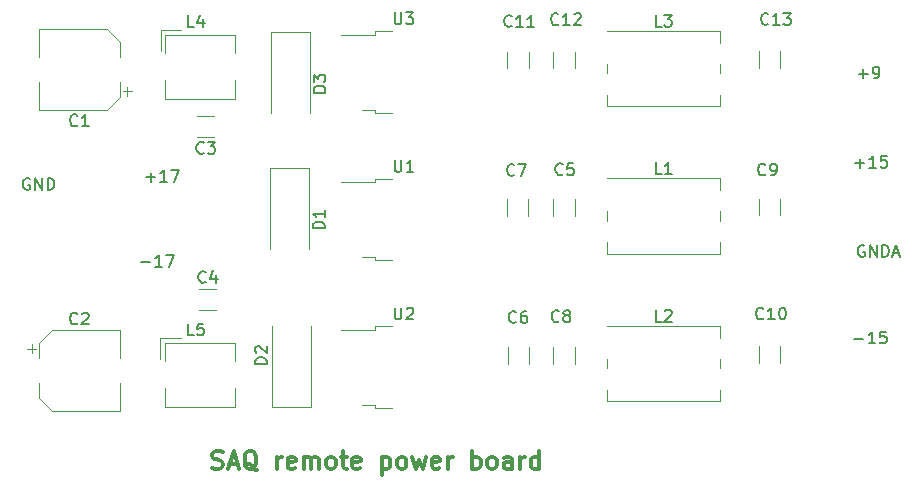
<source format=gbr>
%TF.GenerationSoftware,KiCad,Pcbnew,(5.1.8-0-10_14)*%
%TF.CreationDate,2022-04-27T14:31:31-05:00*%
%TF.ProjectId,PowerBoard,506f7765-7242-46f6-9172-642e6b696361,rev?*%
%TF.SameCoordinates,Original*%
%TF.FileFunction,Legend,Top*%
%TF.FilePolarity,Positive*%
%FSLAX46Y46*%
G04 Gerber Fmt 4.6, Leading zero omitted, Abs format (unit mm)*
G04 Created by KiCad (PCBNEW (5.1.8-0-10_14)) date 2022-04-27 14:31:31*
%MOMM*%
%LPD*%
G01*
G04 APERTURE LIST*
%ADD10C,0.300000*%
%ADD11C,0.120000*%
%ADD12C,0.150000*%
G04 APERTURE END LIST*
D10*
X64298657Y-97812942D02*
X64512942Y-97884371D01*
X64870085Y-97884371D01*
X65012942Y-97812942D01*
X65084371Y-97741514D01*
X65155800Y-97598657D01*
X65155800Y-97455800D01*
X65084371Y-97312942D01*
X65012942Y-97241514D01*
X64870085Y-97170085D01*
X64584371Y-97098657D01*
X64441514Y-97027228D01*
X64370085Y-96955800D01*
X64298657Y-96812942D01*
X64298657Y-96670085D01*
X64370085Y-96527228D01*
X64441514Y-96455800D01*
X64584371Y-96384371D01*
X64941514Y-96384371D01*
X65155800Y-96455800D01*
X65727228Y-97455800D02*
X66441514Y-97455800D01*
X65584371Y-97884371D02*
X66084371Y-96384371D01*
X66584371Y-97884371D01*
X68084371Y-98027228D02*
X67941514Y-97955800D01*
X67798657Y-97812942D01*
X67584371Y-97598657D01*
X67441514Y-97527228D01*
X67298657Y-97527228D01*
X67370085Y-97884371D02*
X67227228Y-97812942D01*
X67084371Y-97670085D01*
X67012942Y-97384371D01*
X67012942Y-96884371D01*
X67084371Y-96598657D01*
X67227228Y-96455800D01*
X67370085Y-96384371D01*
X67655800Y-96384371D01*
X67798657Y-96455800D01*
X67941514Y-96598657D01*
X68012942Y-96884371D01*
X68012942Y-97384371D01*
X67941514Y-97670085D01*
X67798657Y-97812942D01*
X67655800Y-97884371D01*
X67370085Y-97884371D01*
X69798657Y-97884371D02*
X69798657Y-96884371D01*
X69798657Y-97170085D02*
X69870085Y-97027228D01*
X69941514Y-96955800D01*
X70084371Y-96884371D01*
X70227228Y-96884371D01*
X71298657Y-97812942D02*
X71155800Y-97884371D01*
X70870085Y-97884371D01*
X70727228Y-97812942D01*
X70655800Y-97670085D01*
X70655800Y-97098657D01*
X70727228Y-96955800D01*
X70870085Y-96884371D01*
X71155800Y-96884371D01*
X71298657Y-96955800D01*
X71370085Y-97098657D01*
X71370085Y-97241514D01*
X70655800Y-97384371D01*
X72012942Y-97884371D02*
X72012942Y-96884371D01*
X72012942Y-97027228D02*
X72084371Y-96955800D01*
X72227228Y-96884371D01*
X72441514Y-96884371D01*
X72584371Y-96955800D01*
X72655800Y-97098657D01*
X72655800Y-97884371D01*
X72655800Y-97098657D02*
X72727228Y-96955800D01*
X72870085Y-96884371D01*
X73084371Y-96884371D01*
X73227228Y-96955800D01*
X73298657Y-97098657D01*
X73298657Y-97884371D01*
X74227228Y-97884371D02*
X74084371Y-97812942D01*
X74012942Y-97741514D01*
X73941514Y-97598657D01*
X73941514Y-97170085D01*
X74012942Y-97027228D01*
X74084371Y-96955800D01*
X74227228Y-96884371D01*
X74441514Y-96884371D01*
X74584371Y-96955800D01*
X74655800Y-97027228D01*
X74727228Y-97170085D01*
X74727228Y-97598657D01*
X74655800Y-97741514D01*
X74584371Y-97812942D01*
X74441514Y-97884371D01*
X74227228Y-97884371D01*
X75155800Y-96884371D02*
X75727228Y-96884371D01*
X75370085Y-96384371D02*
X75370085Y-97670085D01*
X75441514Y-97812942D01*
X75584371Y-97884371D01*
X75727228Y-97884371D01*
X76798657Y-97812942D02*
X76655800Y-97884371D01*
X76370085Y-97884371D01*
X76227228Y-97812942D01*
X76155800Y-97670085D01*
X76155800Y-97098657D01*
X76227228Y-96955800D01*
X76370085Y-96884371D01*
X76655800Y-96884371D01*
X76798657Y-96955800D01*
X76870085Y-97098657D01*
X76870085Y-97241514D01*
X76155800Y-97384371D01*
X78655800Y-96884371D02*
X78655800Y-98384371D01*
X78655800Y-96955800D02*
X78798657Y-96884371D01*
X79084371Y-96884371D01*
X79227228Y-96955800D01*
X79298657Y-97027228D01*
X79370085Y-97170085D01*
X79370085Y-97598657D01*
X79298657Y-97741514D01*
X79227228Y-97812942D01*
X79084371Y-97884371D01*
X78798657Y-97884371D01*
X78655800Y-97812942D01*
X80227228Y-97884371D02*
X80084371Y-97812942D01*
X80012942Y-97741514D01*
X79941514Y-97598657D01*
X79941514Y-97170085D01*
X80012942Y-97027228D01*
X80084371Y-96955800D01*
X80227228Y-96884371D01*
X80441514Y-96884371D01*
X80584371Y-96955800D01*
X80655800Y-97027228D01*
X80727228Y-97170085D01*
X80727228Y-97598657D01*
X80655800Y-97741514D01*
X80584371Y-97812942D01*
X80441514Y-97884371D01*
X80227228Y-97884371D01*
X81227228Y-96884371D02*
X81512942Y-97884371D01*
X81798657Y-97170085D01*
X82084371Y-97884371D01*
X82370085Y-96884371D01*
X83512942Y-97812942D02*
X83370085Y-97884371D01*
X83084371Y-97884371D01*
X82941514Y-97812942D01*
X82870085Y-97670085D01*
X82870085Y-97098657D01*
X82941514Y-96955800D01*
X83084371Y-96884371D01*
X83370085Y-96884371D01*
X83512942Y-96955800D01*
X83584371Y-97098657D01*
X83584371Y-97241514D01*
X82870085Y-97384371D01*
X84227228Y-97884371D02*
X84227228Y-96884371D01*
X84227228Y-97170085D02*
X84298657Y-97027228D01*
X84370085Y-96955800D01*
X84512942Y-96884371D01*
X84655800Y-96884371D01*
X86298657Y-97884371D02*
X86298657Y-96384371D01*
X86298657Y-96955800D02*
X86441514Y-96884371D01*
X86727228Y-96884371D01*
X86870085Y-96955800D01*
X86941514Y-97027228D01*
X87012942Y-97170085D01*
X87012942Y-97598657D01*
X86941514Y-97741514D01*
X86870085Y-97812942D01*
X86727228Y-97884371D01*
X86441514Y-97884371D01*
X86298657Y-97812942D01*
X87870085Y-97884371D02*
X87727228Y-97812942D01*
X87655800Y-97741514D01*
X87584371Y-97598657D01*
X87584371Y-97170085D01*
X87655800Y-97027228D01*
X87727228Y-96955800D01*
X87870085Y-96884371D01*
X88084371Y-96884371D01*
X88227228Y-96955800D01*
X88298657Y-97027228D01*
X88370085Y-97170085D01*
X88370085Y-97598657D01*
X88298657Y-97741514D01*
X88227228Y-97812942D01*
X88084371Y-97884371D01*
X87870085Y-97884371D01*
X89655800Y-97884371D02*
X89655800Y-97098657D01*
X89584371Y-96955800D01*
X89441514Y-96884371D01*
X89155800Y-96884371D01*
X89012942Y-96955800D01*
X89655800Y-97812942D02*
X89512942Y-97884371D01*
X89155800Y-97884371D01*
X89012942Y-97812942D01*
X88941514Y-97670085D01*
X88941514Y-97527228D01*
X89012942Y-97384371D01*
X89155800Y-97312942D01*
X89512942Y-97312942D01*
X89655800Y-97241514D01*
X90370085Y-97884371D02*
X90370085Y-96884371D01*
X90370085Y-97170085D02*
X90441514Y-97027228D01*
X90512942Y-96955800D01*
X90655800Y-96884371D01*
X90798657Y-96884371D01*
X91941514Y-97884371D02*
X91941514Y-96384371D01*
X91941514Y-97812942D02*
X91798657Y-97884371D01*
X91512942Y-97884371D01*
X91370085Y-97812942D01*
X91298657Y-97741514D01*
X91227228Y-97598657D01*
X91227228Y-97170085D01*
X91298657Y-97027228D01*
X91370085Y-96955800D01*
X91512942Y-96884371D01*
X91798657Y-96884371D01*
X91941514Y-96955800D01*
D11*
%TO.C,L5*%
X59881200Y-88571400D02*
X59881200Y-86841400D01*
X59881200Y-86841400D02*
X61611200Y-86841400D01*
X60261200Y-87221400D02*
X66201200Y-87221400D01*
X66201200Y-87221400D02*
X66201200Y-88791400D01*
X66201200Y-91091400D02*
X66201200Y-92661400D01*
X60261200Y-92661400D02*
X66201200Y-92661400D01*
X60261200Y-87221400D02*
X60261200Y-88791400D01*
X60261200Y-91091400D02*
X60261200Y-92661400D01*
%TO.C,L4*%
X59906600Y-62485600D02*
X59906600Y-60755600D01*
X59906600Y-60755600D02*
X61636600Y-60755600D01*
X60286600Y-61135600D02*
X66226600Y-61135600D01*
X66226600Y-61135600D02*
X66226600Y-62705600D01*
X66226600Y-65005600D02*
X66226600Y-66575600D01*
X60286600Y-66575600D02*
X66226600Y-66575600D01*
X60286600Y-61135600D02*
X60286600Y-62705600D01*
X60286600Y-65005600D02*
X60286600Y-66575600D01*
%TO.C,U3*%
X79522600Y-60853400D02*
X78022600Y-60853400D01*
X78022600Y-60853400D02*
X78022600Y-61123400D01*
X78022600Y-61123400D02*
X75192600Y-61123400D01*
X79522600Y-67753400D02*
X78022600Y-67753400D01*
X78022600Y-67753400D02*
X78022600Y-67483400D01*
X78022600Y-67483400D02*
X76922600Y-67483400D01*
%TO.C,U2*%
X79522600Y-85840400D02*
X78022600Y-85840400D01*
X78022600Y-85840400D02*
X78022600Y-86110400D01*
X78022600Y-86110400D02*
X75192600Y-86110400D01*
X79522600Y-92740400D02*
X78022600Y-92740400D01*
X78022600Y-92740400D02*
X78022600Y-92470400D01*
X78022600Y-92470400D02*
X76922600Y-92470400D01*
%TO.C,U1*%
X79522600Y-73346900D02*
X78022600Y-73346900D01*
X78022600Y-73346900D02*
X78022600Y-73616900D01*
X78022600Y-73616900D02*
X75192600Y-73616900D01*
X79522600Y-80246900D02*
X78022600Y-80246900D01*
X78022600Y-80246900D02*
X78022600Y-79976900D01*
X78022600Y-79976900D02*
X76922600Y-79976900D01*
%TO.C,L3*%
X107289000Y-60802600D02*
X97689000Y-60802600D01*
X107289000Y-61802600D02*
X107289000Y-60802600D01*
X107289000Y-67202600D02*
X107289000Y-66202600D01*
X97689000Y-67202600D02*
X107289000Y-67202600D01*
X97689000Y-66202600D02*
X97689000Y-67202600D01*
X97689000Y-63602600D02*
X97689000Y-64402600D01*
X107289000Y-63602600D02*
X107289000Y-64402600D01*
%TO.C,L2*%
X107289000Y-85789600D02*
X97689000Y-85789600D01*
X107289000Y-86789600D02*
X107289000Y-85789600D01*
X107289000Y-92189600D02*
X107289000Y-91189600D01*
X97689000Y-92189600D02*
X107289000Y-92189600D01*
X97689000Y-91189600D02*
X97689000Y-92189600D01*
X97689000Y-88589600D02*
X97689000Y-89389600D01*
X107289000Y-88589600D02*
X107289000Y-89389600D01*
%TO.C,L1*%
X107289000Y-73296100D02*
X97689000Y-73296100D01*
X107289000Y-74296100D02*
X107289000Y-73296100D01*
X107289000Y-79696100D02*
X107289000Y-78696100D01*
X97689000Y-79696100D02*
X107289000Y-79696100D01*
X97689000Y-78696100D02*
X97689000Y-79696100D01*
X97689000Y-76096100D02*
X97689000Y-76896100D01*
X107289000Y-76096100D02*
X107289000Y-76896100D01*
%TO.C,D3*%
X72566800Y-60903400D02*
X69266800Y-60903400D01*
X69266800Y-60903400D02*
X69266800Y-67803400D01*
X72566800Y-60903400D02*
X72566800Y-67803400D01*
%TO.C,D2*%
X69317600Y-92690400D02*
X72617600Y-92690400D01*
X72617600Y-92690400D02*
X72617600Y-85790400D01*
X69317600Y-92690400D02*
X69317600Y-85790400D01*
%TO.C,D1*%
X72490600Y-72396900D02*
X69190600Y-72396900D01*
X69190600Y-72396900D02*
X69190600Y-79296900D01*
X72490600Y-72396900D02*
X72490600Y-79296900D01*
%TO.C,C13*%
X112365200Y-62521348D02*
X112365200Y-63943852D01*
X110545200Y-62521348D02*
X110545200Y-63943852D01*
%TO.C,C12*%
X94966200Y-62572148D02*
X94966200Y-63994652D01*
X93146200Y-62572148D02*
X93146200Y-63994652D01*
%TO.C,C11*%
X91080000Y-62572148D02*
X91080000Y-63994652D01*
X89260000Y-62572148D02*
X89260000Y-63994652D01*
%TO.C,C10*%
X112365200Y-87508348D02*
X112365200Y-88930852D01*
X110545200Y-87508348D02*
X110545200Y-88930852D01*
%TO.C,C9*%
X112365200Y-75014848D02*
X112365200Y-76437352D01*
X110545200Y-75014848D02*
X110545200Y-76437352D01*
%TO.C,C8*%
X94966200Y-87559148D02*
X94966200Y-88981652D01*
X93146200Y-87559148D02*
X93146200Y-88981652D01*
%TO.C,C7*%
X91029200Y-75065648D02*
X91029200Y-76488152D01*
X89209200Y-75065648D02*
X89209200Y-76488152D01*
%TO.C,C6*%
X91105400Y-87559148D02*
X91105400Y-88981652D01*
X89285400Y-87559148D02*
X89285400Y-88981652D01*
%TO.C,C5*%
X94966200Y-75065648D02*
X94966200Y-76488152D01*
X93146200Y-75065648D02*
X93146200Y-76488152D01*
%TO.C,C4*%
X63182848Y-82630600D02*
X64605352Y-82630600D01*
X63182848Y-84450600D02*
X64605352Y-84450600D01*
%TO.C,C3*%
X64439852Y-69820200D02*
X63017348Y-69820200D01*
X64439852Y-68000200D02*
X63017348Y-68000200D01*
%TO.C,C2*%
X56445200Y-92970400D02*
X56445200Y-90620400D01*
X56445200Y-86150400D02*
X56445200Y-88500400D01*
X50689637Y-86150400D02*
X56445200Y-86150400D01*
X50689637Y-92970400D02*
X56445200Y-92970400D01*
X49625200Y-91905963D02*
X49625200Y-90620400D01*
X49625200Y-87214837D02*
X49625200Y-88500400D01*
X49625200Y-87214837D02*
X50689637Y-86150400D01*
X49625200Y-91905963D02*
X50689637Y-92970400D01*
X48597700Y-87712900D02*
X49385200Y-87712900D01*
X48991450Y-87319150D02*
X48991450Y-88106650D01*
%TO.C,C1*%
X49625200Y-60674200D02*
X49625200Y-63024200D01*
X49625200Y-67494200D02*
X49625200Y-65144200D01*
X55380763Y-67494200D02*
X49625200Y-67494200D01*
X55380763Y-60674200D02*
X49625200Y-60674200D01*
X56445200Y-61738637D02*
X56445200Y-63024200D01*
X56445200Y-66429763D02*
X56445200Y-65144200D01*
X56445200Y-66429763D02*
X55380763Y-67494200D01*
X56445200Y-61738637D02*
X55380763Y-60674200D01*
X57472700Y-65931700D02*
X56685200Y-65931700D01*
X57078950Y-66325450D02*
X57078950Y-65537950D01*
%TO.C,+15*%
D12*
X118732466Y-72012694D02*
X119494371Y-72012694D01*
X119113419Y-72393646D02*
X119113419Y-71631742D01*
X120494371Y-72393646D02*
X119922942Y-72393646D01*
X120208657Y-72393646D02*
X120208657Y-71393646D01*
X120113419Y-71536504D01*
X120018180Y-71631742D01*
X119922942Y-71679361D01*
X121399133Y-71393646D02*
X120922942Y-71393646D01*
X120875323Y-71869837D01*
X120922942Y-71822218D01*
X121018180Y-71774599D01*
X121256276Y-71774599D01*
X121351514Y-71822218D01*
X121399133Y-71869837D01*
X121446752Y-71965075D01*
X121446752Y-72203170D01*
X121399133Y-72298408D01*
X121351514Y-72346027D01*
X121256276Y-72393646D01*
X121018180Y-72393646D01*
X120922942Y-72346027D01*
X120875323Y-72298408D01*
%TO.C,GNDA*%
X119484923Y-78993532D02*
X119389685Y-78945912D01*
X119246828Y-78945912D01*
X119103971Y-78993532D01*
X119008733Y-79088770D01*
X118961114Y-79184008D01*
X118913495Y-79374484D01*
X118913495Y-79517341D01*
X118961114Y-79707817D01*
X119008733Y-79803055D01*
X119103971Y-79898293D01*
X119246828Y-79945912D01*
X119342066Y-79945912D01*
X119484923Y-79898293D01*
X119532542Y-79850674D01*
X119532542Y-79517341D01*
X119342066Y-79517341D01*
X119961114Y-79945912D02*
X119961114Y-78945912D01*
X120532542Y-79945912D01*
X120532542Y-78945912D01*
X121008733Y-79945912D02*
X121008733Y-78945912D01*
X121246828Y-78945912D01*
X121389685Y-78993532D01*
X121484923Y-79088770D01*
X121532542Y-79184008D01*
X121580161Y-79374484D01*
X121580161Y-79517341D01*
X121532542Y-79707817D01*
X121484923Y-79803055D01*
X121389685Y-79898293D01*
X121246828Y-79945912D01*
X121008733Y-79945912D01*
X121961114Y-79660198D02*
X122437304Y-79660198D01*
X121865876Y-79945912D02*
X122199209Y-78945912D01*
X122532542Y-79945912D01*
%TO.C,GND*%
X48818895Y-73320700D02*
X48723657Y-73273080D01*
X48580800Y-73273080D01*
X48437942Y-73320700D01*
X48342704Y-73415938D01*
X48295085Y-73511176D01*
X48247466Y-73701652D01*
X48247466Y-73844509D01*
X48295085Y-74034985D01*
X48342704Y-74130223D01*
X48437942Y-74225461D01*
X48580800Y-74273080D01*
X48676038Y-74273080D01*
X48818895Y-74225461D01*
X48866514Y-74177842D01*
X48866514Y-73844509D01*
X48676038Y-73844509D01*
X49295085Y-74273080D02*
X49295085Y-73273080D01*
X49866514Y-74273080D01*
X49866514Y-73273080D01*
X50342704Y-74273080D02*
X50342704Y-73273080D01*
X50580800Y-73273080D01*
X50723657Y-73320700D01*
X50818895Y-73415938D01*
X50866514Y-73511176D01*
X50914133Y-73701652D01*
X50914133Y-73844509D01*
X50866514Y-74034985D01*
X50818895Y-74130223D01*
X50723657Y-74225461D01*
X50580800Y-74273080D01*
X50342704Y-74273080D01*
%TO.C,-17*%
X58255066Y-80411628D02*
X59016971Y-80411628D01*
X60016971Y-80792580D02*
X59445542Y-80792580D01*
X59731257Y-80792580D02*
X59731257Y-79792580D01*
X59636019Y-79935438D01*
X59540780Y-80030676D01*
X59445542Y-80078295D01*
X60350304Y-79792580D02*
X61016971Y-79792580D01*
X60588400Y-80792580D01*
%TO.C,-15*%
X118656266Y-86888628D02*
X119418171Y-86888628D01*
X120418171Y-87269580D02*
X119846742Y-87269580D01*
X120132457Y-87269580D02*
X120132457Y-86269580D01*
X120037219Y-86412438D01*
X119941980Y-86507676D01*
X119846742Y-86555295D01*
X121322933Y-86269580D02*
X120846742Y-86269580D01*
X120799123Y-86745771D01*
X120846742Y-86698152D01*
X120941980Y-86650533D01*
X121180076Y-86650533D01*
X121275314Y-86698152D01*
X121322933Y-86745771D01*
X121370552Y-86841009D01*
X121370552Y-87079104D01*
X121322933Y-87174342D01*
X121275314Y-87221961D01*
X121180076Y-87269580D01*
X120941980Y-87269580D01*
X120846742Y-87221961D01*
X120799123Y-87174342D01*
%TO.C,+17*%
X58686866Y-73223428D02*
X59448771Y-73223428D01*
X59067819Y-73604380D02*
X59067819Y-72842476D01*
X60448771Y-73604380D02*
X59877342Y-73604380D01*
X60163057Y-73604380D02*
X60163057Y-72604380D01*
X60067819Y-72747238D01*
X59972580Y-72842476D01*
X59877342Y-72890095D01*
X60782104Y-72604380D02*
X61448771Y-72604380D01*
X61020200Y-73604380D01*
%TO.C,+9*%
X119005457Y-64460428D02*
X119767361Y-64460428D01*
X119386409Y-64841380D02*
X119386409Y-64079476D01*
X120291171Y-64841380D02*
X120481647Y-64841380D01*
X120576885Y-64793761D01*
X120624504Y-64746142D01*
X120719742Y-64603285D01*
X120767361Y-64412809D01*
X120767361Y-64031857D01*
X120719742Y-63936619D01*
X120672123Y-63889000D01*
X120576885Y-63841380D01*
X120386409Y-63841380D01*
X120291171Y-63889000D01*
X120243552Y-63936619D01*
X120195933Y-64031857D01*
X120195933Y-64269952D01*
X120243552Y-64365190D01*
X120291171Y-64412809D01*
X120386409Y-64460428D01*
X120576885Y-64460428D01*
X120672123Y-64412809D01*
X120719742Y-64365190D01*
X120767361Y-64269952D01*
%TO.C,L5*%
X62714533Y-86593780D02*
X62238342Y-86593780D01*
X62238342Y-85593780D01*
X63524057Y-85593780D02*
X63047866Y-85593780D01*
X63000247Y-86069971D01*
X63047866Y-86022352D01*
X63143104Y-85974733D01*
X63381200Y-85974733D01*
X63476438Y-86022352D01*
X63524057Y-86069971D01*
X63571676Y-86165209D01*
X63571676Y-86403304D01*
X63524057Y-86498542D01*
X63476438Y-86546161D01*
X63381200Y-86593780D01*
X63143104Y-86593780D01*
X63047866Y-86546161D01*
X63000247Y-86498542D01*
%TO.C,L4*%
X62739933Y-60507980D02*
X62263742Y-60507980D01*
X62263742Y-59507980D01*
X63501838Y-59841314D02*
X63501838Y-60507980D01*
X63263742Y-59460361D02*
X63025647Y-60174647D01*
X63644695Y-60174647D01*
%TO.C,U3*%
X79730695Y-59255780D02*
X79730695Y-60065304D01*
X79778314Y-60160542D01*
X79825933Y-60208161D01*
X79921171Y-60255780D01*
X80111647Y-60255780D01*
X80206885Y-60208161D01*
X80254504Y-60160542D01*
X80302123Y-60065304D01*
X80302123Y-59255780D01*
X80683076Y-59255780D02*
X81302123Y-59255780D01*
X80968790Y-59636733D01*
X81111647Y-59636733D01*
X81206885Y-59684352D01*
X81254504Y-59731971D01*
X81302123Y-59827209D01*
X81302123Y-60065304D01*
X81254504Y-60160542D01*
X81206885Y-60208161D01*
X81111647Y-60255780D01*
X80825933Y-60255780D01*
X80730695Y-60208161D01*
X80683076Y-60160542D01*
%TO.C,U2*%
X79730695Y-84242780D02*
X79730695Y-85052304D01*
X79778314Y-85147542D01*
X79825933Y-85195161D01*
X79921171Y-85242780D01*
X80111647Y-85242780D01*
X80206885Y-85195161D01*
X80254504Y-85147542D01*
X80302123Y-85052304D01*
X80302123Y-84242780D01*
X80730695Y-84338019D02*
X80778314Y-84290400D01*
X80873552Y-84242780D01*
X81111647Y-84242780D01*
X81206885Y-84290400D01*
X81254504Y-84338019D01*
X81302123Y-84433257D01*
X81302123Y-84528495D01*
X81254504Y-84671352D01*
X80683076Y-85242780D01*
X81302123Y-85242780D01*
%TO.C,U1*%
X79730695Y-71749280D02*
X79730695Y-72558804D01*
X79778314Y-72654042D01*
X79825933Y-72701661D01*
X79921171Y-72749280D01*
X80111647Y-72749280D01*
X80206885Y-72701661D01*
X80254504Y-72654042D01*
X80302123Y-72558804D01*
X80302123Y-71749280D01*
X81302123Y-72749280D02*
X80730695Y-72749280D01*
X81016409Y-72749280D02*
X81016409Y-71749280D01*
X80921171Y-71892138D01*
X80825933Y-71987376D01*
X80730695Y-72034995D01*
%TO.C,L3*%
X102322333Y-60454980D02*
X101846142Y-60454980D01*
X101846142Y-59454980D01*
X102560428Y-59454980D02*
X103179476Y-59454980D01*
X102846142Y-59835933D01*
X102989000Y-59835933D01*
X103084238Y-59883552D01*
X103131857Y-59931171D01*
X103179476Y-60026409D01*
X103179476Y-60264504D01*
X103131857Y-60359742D01*
X103084238Y-60407361D01*
X102989000Y-60454980D01*
X102703285Y-60454980D01*
X102608047Y-60407361D01*
X102560428Y-60359742D01*
%TO.C,L2*%
X102322333Y-85441980D02*
X101846142Y-85441980D01*
X101846142Y-84441980D01*
X102608047Y-84537219D02*
X102655666Y-84489600D01*
X102750904Y-84441980D01*
X102989000Y-84441980D01*
X103084238Y-84489600D01*
X103131857Y-84537219D01*
X103179476Y-84632457D01*
X103179476Y-84727695D01*
X103131857Y-84870552D01*
X102560428Y-85441980D01*
X103179476Y-85441980D01*
%TO.C,L1*%
X102322333Y-72948480D02*
X101846142Y-72948480D01*
X101846142Y-71948480D01*
X103179476Y-72948480D02*
X102608047Y-72948480D01*
X102893761Y-72948480D02*
X102893761Y-71948480D01*
X102798523Y-72091338D01*
X102703285Y-72186576D01*
X102608047Y-72234195D01*
%TO.C,D3*%
X73869180Y-66041495D02*
X72869180Y-66041495D01*
X72869180Y-65803400D01*
X72916800Y-65660542D01*
X73012038Y-65565304D01*
X73107276Y-65517685D01*
X73297752Y-65470066D01*
X73440609Y-65470066D01*
X73631085Y-65517685D01*
X73726323Y-65565304D01*
X73821561Y-65660542D01*
X73869180Y-65803400D01*
X73869180Y-66041495D01*
X72869180Y-65136733D02*
X72869180Y-64517685D01*
X73250133Y-64851019D01*
X73250133Y-64708161D01*
X73297752Y-64612923D01*
X73345371Y-64565304D01*
X73440609Y-64517685D01*
X73678704Y-64517685D01*
X73773942Y-64565304D01*
X73821561Y-64612923D01*
X73869180Y-64708161D01*
X73869180Y-64993876D01*
X73821561Y-65089114D01*
X73773942Y-65136733D01*
%TO.C,D2*%
X68919980Y-89028495D02*
X67919980Y-89028495D01*
X67919980Y-88790400D01*
X67967600Y-88647542D01*
X68062838Y-88552304D01*
X68158076Y-88504685D01*
X68348552Y-88457066D01*
X68491409Y-88457066D01*
X68681885Y-88504685D01*
X68777123Y-88552304D01*
X68872361Y-88647542D01*
X68919980Y-88790400D01*
X68919980Y-89028495D01*
X68015219Y-88076114D02*
X67967600Y-88028495D01*
X67919980Y-87933257D01*
X67919980Y-87695161D01*
X67967600Y-87599923D01*
X68015219Y-87552304D01*
X68110457Y-87504685D01*
X68205695Y-87504685D01*
X68348552Y-87552304D01*
X68919980Y-88123733D01*
X68919980Y-87504685D01*
%TO.C,D1*%
X73792980Y-77534995D02*
X72792980Y-77534995D01*
X72792980Y-77296900D01*
X72840600Y-77154042D01*
X72935838Y-77058804D01*
X73031076Y-77011185D01*
X73221552Y-76963566D01*
X73364409Y-76963566D01*
X73554885Y-77011185D01*
X73650123Y-77058804D01*
X73745361Y-77154042D01*
X73792980Y-77296900D01*
X73792980Y-77534995D01*
X73792980Y-76011185D02*
X73792980Y-76582614D01*
X73792980Y-76296900D02*
X72792980Y-76296900D01*
X72935838Y-76392138D01*
X73031076Y-76487376D01*
X73078695Y-76582614D01*
%TO.C,C13*%
X111358042Y-60211542D02*
X111310423Y-60259161D01*
X111167566Y-60306780D01*
X111072328Y-60306780D01*
X110929471Y-60259161D01*
X110834233Y-60163923D01*
X110786614Y-60068685D01*
X110738995Y-59878209D01*
X110738995Y-59735352D01*
X110786614Y-59544876D01*
X110834233Y-59449638D01*
X110929471Y-59354400D01*
X111072328Y-59306780D01*
X111167566Y-59306780D01*
X111310423Y-59354400D01*
X111358042Y-59402019D01*
X112310423Y-60306780D02*
X111738995Y-60306780D01*
X112024709Y-60306780D02*
X112024709Y-59306780D01*
X111929471Y-59449638D01*
X111834233Y-59544876D01*
X111738995Y-59592495D01*
X112643757Y-59306780D02*
X113262804Y-59306780D01*
X112929471Y-59687733D01*
X113072328Y-59687733D01*
X113167566Y-59735352D01*
X113215185Y-59782971D01*
X113262804Y-59878209D01*
X113262804Y-60116304D01*
X113215185Y-60211542D01*
X113167566Y-60259161D01*
X113072328Y-60306780D01*
X112786614Y-60306780D01*
X112691376Y-60259161D01*
X112643757Y-60211542D01*
%TO.C,C12*%
X93591142Y-60236942D02*
X93543523Y-60284561D01*
X93400666Y-60332180D01*
X93305428Y-60332180D01*
X93162571Y-60284561D01*
X93067333Y-60189323D01*
X93019714Y-60094085D01*
X92972095Y-59903609D01*
X92972095Y-59760752D01*
X93019714Y-59570276D01*
X93067333Y-59475038D01*
X93162571Y-59379800D01*
X93305428Y-59332180D01*
X93400666Y-59332180D01*
X93543523Y-59379800D01*
X93591142Y-59427419D01*
X94543523Y-60332180D02*
X93972095Y-60332180D01*
X94257809Y-60332180D02*
X94257809Y-59332180D01*
X94162571Y-59475038D01*
X94067333Y-59570276D01*
X93972095Y-59617895D01*
X94924476Y-59427419D02*
X94972095Y-59379800D01*
X95067333Y-59332180D01*
X95305428Y-59332180D01*
X95400666Y-59379800D01*
X95448285Y-59427419D01*
X95495904Y-59522657D01*
X95495904Y-59617895D01*
X95448285Y-59760752D01*
X94876857Y-60332180D01*
X95495904Y-60332180D01*
%TO.C,C11*%
X89628742Y-60389342D02*
X89581123Y-60436961D01*
X89438266Y-60484580D01*
X89343028Y-60484580D01*
X89200171Y-60436961D01*
X89104933Y-60341723D01*
X89057314Y-60246485D01*
X89009695Y-60056009D01*
X89009695Y-59913152D01*
X89057314Y-59722676D01*
X89104933Y-59627438D01*
X89200171Y-59532200D01*
X89343028Y-59484580D01*
X89438266Y-59484580D01*
X89581123Y-59532200D01*
X89628742Y-59579819D01*
X90581123Y-60484580D02*
X90009695Y-60484580D01*
X90295409Y-60484580D02*
X90295409Y-59484580D01*
X90200171Y-59627438D01*
X90104933Y-59722676D01*
X90009695Y-59770295D01*
X91533504Y-60484580D02*
X90962076Y-60484580D01*
X91247790Y-60484580D02*
X91247790Y-59484580D01*
X91152552Y-59627438D01*
X91057314Y-59722676D01*
X90962076Y-59770295D01*
%TO.C,C10*%
X110952442Y-85147742D02*
X110904823Y-85195361D01*
X110761966Y-85242980D01*
X110666728Y-85242980D01*
X110523871Y-85195361D01*
X110428633Y-85100123D01*
X110381014Y-85004885D01*
X110333395Y-84814409D01*
X110333395Y-84671552D01*
X110381014Y-84481076D01*
X110428633Y-84385838D01*
X110523871Y-84290600D01*
X110666728Y-84242980D01*
X110761966Y-84242980D01*
X110904823Y-84290600D01*
X110952442Y-84338219D01*
X111904823Y-85242980D02*
X111333395Y-85242980D01*
X111619109Y-85242980D02*
X111619109Y-84242980D01*
X111523871Y-84385838D01*
X111428633Y-84481076D01*
X111333395Y-84528695D01*
X112523871Y-84242980D02*
X112619109Y-84242980D01*
X112714347Y-84290600D01*
X112761966Y-84338219D01*
X112809585Y-84433457D01*
X112857204Y-84623933D01*
X112857204Y-84862028D01*
X112809585Y-85052504D01*
X112761966Y-85147742D01*
X112714347Y-85195361D01*
X112619109Y-85242980D01*
X112523871Y-85242980D01*
X112428633Y-85195361D01*
X112381014Y-85147742D01*
X112333395Y-85052504D01*
X112285776Y-84862028D01*
X112285776Y-84623933D01*
X112333395Y-84433457D01*
X112381014Y-84338219D01*
X112428633Y-84290600D01*
X112523871Y-84242980D01*
%TO.C,C9*%
X111123033Y-72959042D02*
X111075414Y-73006661D01*
X110932557Y-73054280D01*
X110837319Y-73054280D01*
X110694461Y-73006661D01*
X110599223Y-72911423D01*
X110551604Y-72816185D01*
X110503985Y-72625709D01*
X110503985Y-72482852D01*
X110551604Y-72292376D01*
X110599223Y-72197138D01*
X110694461Y-72101900D01*
X110837319Y-72054280D01*
X110932557Y-72054280D01*
X111075414Y-72101900D01*
X111123033Y-72149519D01*
X111599223Y-73054280D02*
X111789700Y-73054280D01*
X111884938Y-73006661D01*
X111932557Y-72959042D01*
X112027795Y-72816185D01*
X112075414Y-72625709D01*
X112075414Y-72244757D01*
X112027795Y-72149519D01*
X111980176Y-72101900D01*
X111884938Y-72054280D01*
X111694461Y-72054280D01*
X111599223Y-72101900D01*
X111551604Y-72149519D01*
X111503985Y-72244757D01*
X111503985Y-72482852D01*
X111551604Y-72578090D01*
X111599223Y-72625709D01*
X111694461Y-72673328D01*
X111884938Y-72673328D01*
X111980176Y-72625709D01*
X112027795Y-72578090D01*
X112075414Y-72482852D01*
%TO.C,C8*%
X93635533Y-85376342D02*
X93587914Y-85423961D01*
X93445057Y-85471580D01*
X93349819Y-85471580D01*
X93206961Y-85423961D01*
X93111723Y-85328723D01*
X93064104Y-85233485D01*
X93016485Y-85043009D01*
X93016485Y-84900152D01*
X93064104Y-84709676D01*
X93111723Y-84614438D01*
X93206961Y-84519200D01*
X93349819Y-84471580D01*
X93445057Y-84471580D01*
X93587914Y-84519200D01*
X93635533Y-84566819D01*
X94206961Y-84900152D02*
X94111723Y-84852533D01*
X94064104Y-84804914D01*
X94016485Y-84709676D01*
X94016485Y-84662057D01*
X94064104Y-84566819D01*
X94111723Y-84519200D01*
X94206961Y-84471580D01*
X94397438Y-84471580D01*
X94492676Y-84519200D01*
X94540295Y-84566819D01*
X94587914Y-84662057D01*
X94587914Y-84709676D01*
X94540295Y-84804914D01*
X94492676Y-84852533D01*
X94397438Y-84900152D01*
X94206961Y-84900152D01*
X94111723Y-84947771D01*
X94064104Y-84995390D01*
X94016485Y-85090628D01*
X94016485Y-85281104D01*
X94064104Y-85376342D01*
X94111723Y-85423961D01*
X94206961Y-85471580D01*
X94397438Y-85471580D01*
X94492676Y-85423961D01*
X94540295Y-85376342D01*
X94587914Y-85281104D01*
X94587914Y-85090628D01*
X94540295Y-84995390D01*
X94492676Y-84947771D01*
X94397438Y-84900152D01*
%TO.C,C7*%
X89869333Y-72996842D02*
X89821714Y-73044461D01*
X89678857Y-73092080D01*
X89583619Y-73092080D01*
X89440761Y-73044461D01*
X89345523Y-72949223D01*
X89297904Y-72853985D01*
X89250285Y-72663509D01*
X89250285Y-72520652D01*
X89297904Y-72330176D01*
X89345523Y-72234938D01*
X89440761Y-72139700D01*
X89583619Y-72092080D01*
X89678857Y-72092080D01*
X89821714Y-72139700D01*
X89869333Y-72187319D01*
X90202666Y-72092080D02*
X90869333Y-72092080D01*
X90440761Y-73092080D01*
%TO.C,C6*%
X90003333Y-85452542D02*
X89955714Y-85500161D01*
X89812857Y-85547780D01*
X89717619Y-85547780D01*
X89574761Y-85500161D01*
X89479523Y-85404923D01*
X89431904Y-85309685D01*
X89384285Y-85119209D01*
X89384285Y-84976352D01*
X89431904Y-84785876D01*
X89479523Y-84690638D01*
X89574761Y-84595400D01*
X89717619Y-84547780D01*
X89812857Y-84547780D01*
X89955714Y-84595400D01*
X90003333Y-84643019D01*
X90860476Y-84547780D02*
X90670000Y-84547780D01*
X90574761Y-84595400D01*
X90527142Y-84643019D01*
X90431904Y-84785876D01*
X90384285Y-84976352D01*
X90384285Y-85357304D01*
X90431904Y-85452542D01*
X90479523Y-85500161D01*
X90574761Y-85547780D01*
X90765238Y-85547780D01*
X90860476Y-85500161D01*
X90908095Y-85452542D01*
X90955714Y-85357304D01*
X90955714Y-85119209D01*
X90908095Y-85023971D01*
X90860476Y-84976352D01*
X90765238Y-84928733D01*
X90574761Y-84928733D01*
X90479523Y-84976352D01*
X90431904Y-85023971D01*
X90384285Y-85119209D01*
%TO.C,C5*%
X93952633Y-72933642D02*
X93905014Y-72981261D01*
X93762157Y-73028880D01*
X93666919Y-73028880D01*
X93524061Y-72981261D01*
X93428823Y-72886023D01*
X93381204Y-72790785D01*
X93333585Y-72600309D01*
X93333585Y-72457452D01*
X93381204Y-72266976D01*
X93428823Y-72171738D01*
X93524061Y-72076500D01*
X93666919Y-72028880D01*
X93762157Y-72028880D01*
X93905014Y-72076500D01*
X93952633Y-72124119D01*
X94857395Y-72028880D02*
X94381204Y-72028880D01*
X94333585Y-72505071D01*
X94381204Y-72457452D01*
X94476442Y-72409833D01*
X94714538Y-72409833D01*
X94809776Y-72457452D01*
X94857395Y-72505071D01*
X94905014Y-72600309D01*
X94905014Y-72838404D01*
X94857395Y-72933642D01*
X94809776Y-72981261D01*
X94714538Y-73028880D01*
X94476442Y-73028880D01*
X94381204Y-72981261D01*
X94333585Y-72933642D01*
%TO.C,C4*%
X63727433Y-82047742D02*
X63679814Y-82095361D01*
X63536957Y-82142980D01*
X63441719Y-82142980D01*
X63298861Y-82095361D01*
X63203623Y-82000123D01*
X63156004Y-81904885D01*
X63108385Y-81714409D01*
X63108385Y-81571552D01*
X63156004Y-81381076D01*
X63203623Y-81285838D01*
X63298861Y-81190600D01*
X63441719Y-81142980D01*
X63536957Y-81142980D01*
X63679814Y-81190600D01*
X63727433Y-81238219D01*
X64584576Y-81476314D02*
X64584576Y-82142980D01*
X64346480Y-81095361D02*
X64108385Y-81809647D01*
X64727433Y-81809647D01*
%TO.C,C3*%
X63561933Y-71117342D02*
X63514314Y-71164961D01*
X63371457Y-71212580D01*
X63276219Y-71212580D01*
X63133361Y-71164961D01*
X63038123Y-71069723D01*
X62990504Y-70974485D01*
X62942885Y-70784009D01*
X62942885Y-70641152D01*
X62990504Y-70450676D01*
X63038123Y-70355438D01*
X63133361Y-70260200D01*
X63276219Y-70212580D01*
X63371457Y-70212580D01*
X63514314Y-70260200D01*
X63561933Y-70307819D01*
X63895266Y-70212580D02*
X64514314Y-70212580D01*
X64180980Y-70593533D01*
X64323838Y-70593533D01*
X64419076Y-70641152D01*
X64466695Y-70688771D01*
X64514314Y-70784009D01*
X64514314Y-71022104D01*
X64466695Y-71117342D01*
X64419076Y-71164961D01*
X64323838Y-71212580D01*
X64038123Y-71212580D01*
X63942885Y-71164961D01*
X63895266Y-71117342D01*
%TO.C,C2*%
X52868533Y-85567542D02*
X52820914Y-85615161D01*
X52678057Y-85662780D01*
X52582819Y-85662780D01*
X52439961Y-85615161D01*
X52344723Y-85519923D01*
X52297104Y-85424685D01*
X52249485Y-85234209D01*
X52249485Y-85091352D01*
X52297104Y-84900876D01*
X52344723Y-84805638D01*
X52439961Y-84710400D01*
X52582819Y-84662780D01*
X52678057Y-84662780D01*
X52820914Y-84710400D01*
X52868533Y-84758019D01*
X53249485Y-84758019D02*
X53297104Y-84710400D01*
X53392342Y-84662780D01*
X53630438Y-84662780D01*
X53725676Y-84710400D01*
X53773295Y-84758019D01*
X53820914Y-84853257D01*
X53820914Y-84948495D01*
X53773295Y-85091352D01*
X53201866Y-85662780D01*
X53820914Y-85662780D01*
%TO.C,C1*%
X52868533Y-68791342D02*
X52820914Y-68838961D01*
X52678057Y-68886580D01*
X52582819Y-68886580D01*
X52439961Y-68838961D01*
X52344723Y-68743723D01*
X52297104Y-68648485D01*
X52249485Y-68458009D01*
X52249485Y-68315152D01*
X52297104Y-68124676D01*
X52344723Y-68029438D01*
X52439961Y-67934200D01*
X52582819Y-67886580D01*
X52678057Y-67886580D01*
X52820914Y-67934200D01*
X52868533Y-67981819D01*
X53820914Y-68886580D02*
X53249485Y-68886580D01*
X53535200Y-68886580D02*
X53535200Y-67886580D01*
X53439961Y-68029438D01*
X53344723Y-68124676D01*
X53249485Y-68172295D01*
%TD*%
M02*

</source>
